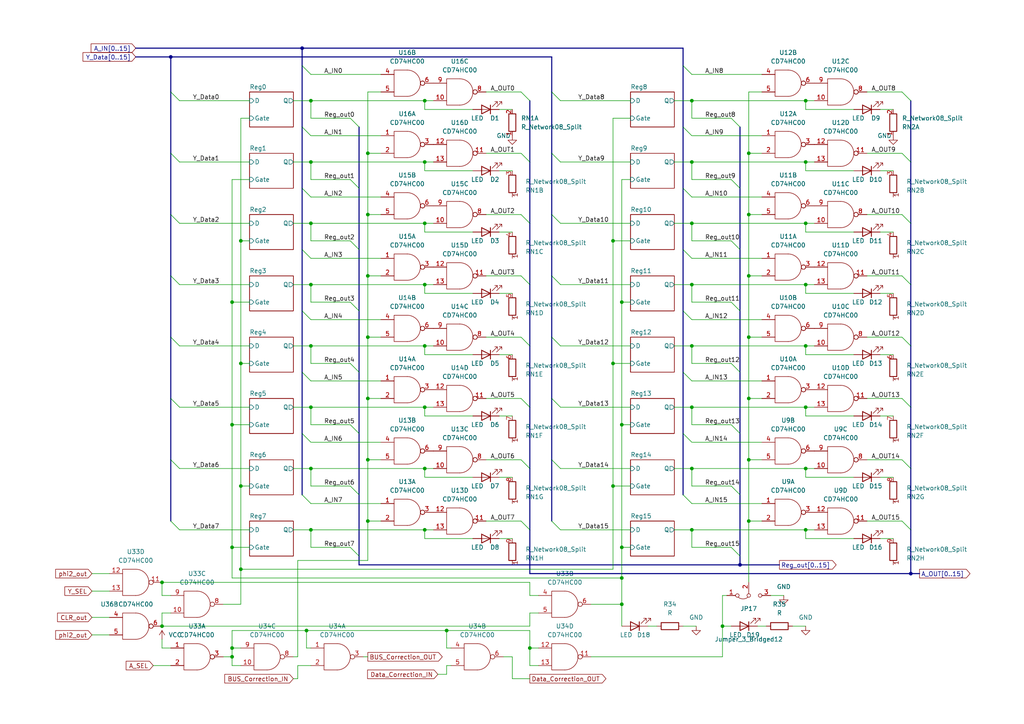
<source format=kicad_sch>
(kicad_sch (version 20211123) (generator eeschema)
  (paper "A4")
  (junction (at 123.19 46.99))
  (junction (at 123.19 82.55))
  (junction (at 177.8 140.97))
  (junction (at 87.63 13.97))
  (junction (at 233.68 153.67))
  (junction (at 69.85 165.1))
  (junction (at 46.99 181.61))
  (junction (at 90.17 46.99))
  (junction (at 233.68 118.11))
  (junction (at 67.31 158.75))
  (junction (at 67.31 87.63))
  (junction (at 180.34 158.75))
  (junction (at 123.19 153.67))
  (junction (at 90.17 118.11))
  (junction (at 90.17 82.55))
  (junction (at 217.17 62.23))
  (junction (at 49.53 16.51))
  (junction (at 217.17 151.13))
  (junction (at 209.55 181.61))
  (junction (at 217.17 80.01))
  (junction (at 69.85 140.97))
  (junction (at 106.68 62.23))
  (junction (at 200.66 153.67))
  (junction (at 90.17 29.21))
  (junction (at 90.17 153.67))
  (junction (at 69.85 69.85))
  (junction (at 180.34 167.64))
  (junction (at 106.68 97.79))
  (junction (at 180.34 123.19))
  (junction (at 217.17 97.79))
  (junction (at 69.85 105.41))
  (junction (at 123.19 118.11))
  (junction (at 180.34 175.26))
  (junction (at 177.8 105.41))
  (junction (at 88.9 182.88))
  (junction (at 200.66 118.11))
  (junction (at 106.68 44.45))
  (junction (at 67.31 123.19))
  (junction (at 123.19 100.33))
  (junction (at 233.68 64.77))
  (junction (at 217.17 133.35))
  (junction (at 200.66 46.99))
  (junction (at 233.68 82.55))
  (junction (at 123.19 64.77))
  (junction (at 217.17 44.45))
  (junction (at 46.99 168.91))
  (junction (at 90.17 135.89))
  (junction (at 233.68 100.33))
  (junction (at 123.19 135.89))
  (junction (at 200.66 29.21))
  (junction (at 123.19 29.21))
  (junction (at 106.68 115.57))
  (junction (at 106.68 151.13))
  (junction (at 200.66 135.89))
  (junction (at 200.66 82.55))
  (junction (at 180.34 87.63))
  (junction (at 200.66 100.33))
  (junction (at 214.63 163.83))
  (junction (at 106.68 133.35))
  (junction (at 67.31 187.96))
  (junction (at 177.8 69.85))
  (junction (at 200.66 64.77))
  (junction (at 264.16 166.37))
  (junction (at 67.31 190.5))
  (junction (at 90.17 100.33))
  (junction (at 106.68 80.01))
  (junction (at 217.17 115.57))
  (junction (at 233.68 29.21))
  (junction (at 129.54 182.88))
  (junction (at 153.67 187.96))
  (junction (at 233.68 46.99))
  (junction (at 90.17 64.77))
  (junction (at 233.68 135.89))
  (bus_entry (at 153.67 100.33) (size -2.54 -2.54))
  (bus_entry (at 101.6 87.63) (size 2.54 2.54))
  (bus_entry (at 160.02 80.01) (size 2.54 2.54))
  (bus_entry (at 198.12 107.95) (size 2.54 2.54))
  (bus_entry (at 49.53 80.01) (size 2.54 2.54))
  (bus_entry (at 87.63 72.39) (size 2.54 2.54))
  (bus_entry (at 198.12 54.61) (size 2.54 2.54))
  (bus_entry (at 49.53 151.13) (size 2.54 2.54))
  (bus_entry (at 160.02 115.57) (size 2.54 2.54))
  (bus_entry (at 49.53 62.23) (size 2.54 2.54))
  (bus_entry (at 264.16 100.33) (size -2.54 -2.54))
  (bus_entry (at 49.53 26.67) (size 2.54 2.54))
  (bus_entry (at 87.63 125.73) (size 2.54 2.54))
  (bus_entry (at 87.63 143.51) (size 2.54 2.54))
  (bus_entry (at 160.02 133.35) (size 2.54 2.54))
  (bus_entry (at 101.6 158.75) (size 2.54 2.54))
  (bus_entry (at 101.6 105.41) (size 2.54 2.54))
  (bus_entry (at 212.09 52.07) (size 2.54 2.54))
  (bus_entry (at 101.6 34.29) (size 2.54 2.54))
  (bus_entry (at 264.16 82.55) (size -2.54 -2.54))
  (bus_entry (at 160.02 62.23) (size 2.54 2.54))
  (bus_entry (at 212.09 34.29) (size 2.54 2.54))
  (bus_entry (at 49.53 133.35) (size 2.54 2.54))
  (bus_entry (at 153.67 153.67) (size -2.54 -2.54))
  (bus_entry (at 87.63 107.95) (size 2.54 2.54))
  (bus_entry (at 212.09 69.85) (size 2.54 2.54))
  (bus_entry (at 87.63 19.05) (size 2.54 2.54))
  (bus_entry (at 264.16 64.77) (size -2.54 -2.54))
  (bus_entry (at 264.16 153.67) (size -2.54 -2.54))
  (bus_entry (at 160.02 97.79) (size 2.54 2.54))
  (bus_entry (at 153.67 82.55) (size -2.54 -2.54))
  (bus_entry (at 101.6 140.97) (size 2.54 2.54))
  (bus_entry (at 101.6 69.85) (size 2.54 2.54))
  (bus_entry (at 212.09 123.19) (size 2.54 2.54))
  (bus_entry (at 212.09 158.75) (size 2.54 2.54))
  (bus_entry (at 160.02 151.13) (size 2.54 2.54))
  (bus_entry (at 198.12 125.73) (size 2.54 2.54))
  (bus_entry (at 160.02 44.45) (size 2.54 2.54))
  (bus_entry (at 198.12 143.51) (size 2.54 2.54))
  (bus_entry (at 49.53 97.79) (size 2.54 2.54))
  (bus_entry (at 153.67 135.89) (size -2.54 -2.54))
  (bus_entry (at 153.67 46.99) (size -2.54 -2.54))
  (bus_entry (at 101.6 123.19) (size 2.54 2.54))
  (bus_entry (at 264.16 29.21) (size -2.54 -2.54))
  (bus_entry (at 264.16 135.89) (size -2.54 -2.54))
  (bus_entry (at 212.09 87.63) (size 2.54 2.54))
  (bus_entry (at 198.12 90.17) (size 2.54 2.54))
  (bus_entry (at 198.12 72.39) (size 2.54 2.54))
  (bus_entry (at 153.67 64.77) (size -2.54 -2.54))
  (bus_entry (at 160.02 26.67) (size 2.54 2.54))
  (bus_entry (at 87.63 36.83) (size 2.54 2.54))
  (bus_entry (at 153.67 118.11) (size -2.54 -2.54))
  (bus_entry (at 198.12 19.05) (size 2.54 2.54))
  (bus_entry (at 264.16 118.11) (size -2.54 -2.54))
  (bus_entry (at 87.63 54.61) (size 2.54 2.54))
  (bus_entry (at 49.53 115.57) (size 2.54 2.54))
  (bus_entry (at 49.53 44.45) (size 2.54 2.54))
  (bus_entry (at 212.09 105.41) (size 2.54 2.54))
  (bus_entry (at 212.09 140.97) (size 2.54 2.54))
  (bus_entry (at 101.6 52.07) (size 2.54 2.54))
  (bus_entry (at 87.63 90.17) (size 2.54 2.54))
  (bus_entry (at 198.12 36.83) (size 2.54 2.54))
  (bus_entry (at 153.67 29.21) (size -2.54 -2.54))
  (bus_entry (at 264.16 46.99) (size -2.54 -2.54))
  (wire (pts (xy 52.07 64.77) (xy 72.39 64.77)))
  (wire (pts (xy 72.39 52.07) (xy 67.31 52.07)))
  (wire (pts (xy 212.09 181.61) (xy 209.55 181.61)))
  (wire (pts (xy 106.68 133.35) (xy 110.49 133.35)))
  (wire (pts (xy 144.78 102.87) (xy 148.59 102.87)))
  (wire (pts (xy 171.45 175.26) (xy 180.34 175.26)))
  (wire (pts (xy 106.68 133.35) (xy 106.68 151.13)))
  (bus (pts (xy 160.02 44.45) (xy 160.02 26.67)))
  (wire (pts (xy 106.68 151.13) (xy 110.49 151.13)))
  (wire (pts (xy 151.13 44.45) (xy 140.97 44.45)))
  (wire (pts (xy 67.31 158.75) (xy 72.39 158.75)))
  (bus (pts (xy 198.12 54.61) (xy 198.12 36.83)))
  (wire (pts (xy 233.68 135.89) (xy 236.22 135.89)))
  (wire (pts (xy 217.17 44.45) (xy 217.17 62.23)))
  (wire (pts (xy 233.68 49.53) (xy 233.68 46.99)))
  (wire (pts (xy 177.8 105.41) (xy 177.8 140.97)))
  (bus (pts (xy 160.02 97.79) (xy 160.02 80.01)))
  (wire (pts (xy 200.66 92.71) (xy 220.98 92.71)))
  (bus (pts (xy 160.02 80.01) (xy 160.02 62.23)))
  (wire (pts (xy 90.17 110.49) (xy 110.49 110.49)))
  (bus (pts (xy 49.53 133.35) (xy 49.53 151.13)))
  (wire (pts (xy 106.68 26.67) (xy 106.68 44.45)))
  (wire (pts (xy 151.13 115.57) (xy 140.97 115.57)))
  (wire (pts (xy 69.85 69.85) (xy 72.39 69.85)))
  (wire (pts (xy 153.67 187.96) (xy 156.21 187.96)))
  (bus (pts (xy 214.63 54.61) (xy 214.63 72.39)))
  (wire (pts (xy 90.17 128.27) (xy 110.49 128.27)))
  (bus (pts (xy 160.02 133.35) (xy 160.02 115.57)))
  (wire (pts (xy 195.58 135.89) (xy 200.66 135.89)))
  (bus (pts (xy 153.67 153.67) (xy 153.67 166.37)))
  (bus (pts (xy 153.67 166.37) (xy 264.16 166.37)))
  (bus (pts (xy 214.63 90.17) (xy 214.63 107.95)))
  (wire (pts (xy 129.54 187.96) (xy 129.54 182.88)))
  (wire (pts (xy 69.85 165.1) (xy 177.8 165.1)))
  (wire (pts (xy 85.09 196.85) (xy 86.36 196.85)))
  (bus (pts (xy 87.63 107.95) (xy 87.63 125.73)))
  (wire (pts (xy 195.58 118.11) (xy 200.66 118.11)))
  (wire (pts (xy 162.56 135.89) (xy 182.88 135.89)))
  (wire (pts (xy 123.19 46.99) (xy 125.73 46.99)))
  (wire (pts (xy 200.66 118.11) (xy 233.68 118.11)))
  (wire (pts (xy 46.99 177.8) (xy 46.99 181.61)))
  (wire (pts (xy 153.67 196.85) (xy 148.59 196.85)))
  (wire (pts (xy 217.17 80.01) (xy 217.17 97.79)))
  (wire (pts (xy 233.68 100.33) (xy 236.22 100.33)))
  (wire (pts (xy 209.55 181.61) (xy 209.55 190.5)))
  (wire (pts (xy 123.19 49.53) (xy 123.19 46.99)))
  (wire (pts (xy 90.17 146.05) (xy 110.49 146.05)))
  (wire (pts (xy 233.68 153.67) (xy 236.22 153.67)))
  (wire (pts (xy 123.19 67.31) (xy 123.19 64.77)))
  (wire (pts (xy 52.07 82.55) (xy 72.39 82.55)))
  (wire (pts (xy 177.8 34.29) (xy 177.8 69.85)))
  (wire (pts (xy 85.09 82.55) (xy 90.17 82.55)))
  (wire (pts (xy 217.17 80.01) (xy 220.98 80.01)))
  (wire (pts (xy 180.34 52.07) (xy 182.88 52.07)))
  (wire (pts (xy 49.53 177.8) (xy 46.99 177.8)))
  (wire (pts (xy 67.31 158.75) (xy 67.31 167.64)))
  (wire (pts (xy 85.09 153.67) (xy 90.17 153.67)))
  (wire (pts (xy 69.85 105.41) (xy 69.85 140.97)))
  (bus (pts (xy 198.12 125.73) (xy 198.12 107.95)))
  (wire (pts (xy 69.85 34.29) (xy 69.85 69.85)))
  (bus (pts (xy 39.37 13.97) (xy 87.63 13.97)))
  (wire (pts (xy 223.52 172.72) (xy 227.33 172.72)))
  (wire (pts (xy 198.12 181.61) (xy 201.93 181.61)))
  (wire (pts (xy 233.68 46.99) (xy 236.22 46.99)))
  (wire (pts (xy 255.27 31.75) (xy 259.08 31.75)))
  (wire (pts (xy 200.66 100.33) (xy 233.68 100.33)))
  (bus (pts (xy 214.63 163.83) (xy 226.06 163.83)))
  (wire (pts (xy 106.68 44.45) (xy 110.49 44.45)))
  (wire (pts (xy 233.68 64.77) (xy 236.22 64.77)))
  (bus (pts (xy 160.02 62.23) (xy 160.02 44.45)))
  (bus (pts (xy 264.16 153.67) (xy 264.16 166.37)))
  (wire (pts (xy 90.17 123.19) (xy 101.6 123.19)))
  (wire (pts (xy 67.31 193.04) (xy 69.85 193.04)))
  (wire (pts (xy 261.62 151.13) (xy 251.46 151.13)))
  (wire (pts (xy 144.78 156.21) (xy 148.59 156.21)))
  (bus (pts (xy 198.12 19.05) (xy 198.12 13.97)))
  (wire (pts (xy 200.66 21.59) (xy 220.98 21.59)))
  (wire (pts (xy 90.17 187.96) (xy 88.9 187.96)))
  (wire (pts (xy 261.62 62.23) (xy 251.46 62.23)))
  (wire (pts (xy 144.78 120.65) (xy 148.59 120.65)))
  (wire (pts (xy 209.55 172.72) (xy 209.55 181.61)))
  (wire (pts (xy 90.17 82.55) (xy 123.19 82.55)))
  (wire (pts (xy 217.17 97.79) (xy 220.98 97.79)))
  (wire (pts (xy 200.66 110.49) (xy 220.98 110.49)))
  (wire (pts (xy 85.09 100.33) (xy 90.17 100.33)))
  (wire (pts (xy 46.99 168.91) (xy 153.67 168.91)))
  (wire (pts (xy 217.17 133.35) (xy 220.98 133.35)))
  (wire (pts (xy 233.68 31.75) (xy 233.68 29.21)))
  (bus (pts (xy 104.14 125.73) (xy 104.14 143.51)))
  (bus (pts (xy 264.16 46.99) (xy 264.16 64.77)))
  (bus (pts (xy 264.16 29.21) (xy 264.16 46.99)))
  (wire (pts (xy 180.34 158.75) (xy 182.88 158.75)))
  (wire (pts (xy 255.27 102.87) (xy 259.08 102.87)))
  (wire (pts (xy 217.17 62.23) (xy 217.17 80.01)))
  (wire (pts (xy 26.67 179.07) (xy 31.75 179.07)))
  (wire (pts (xy 90.17 69.85) (xy 101.6 69.85)))
  (wire (pts (xy 90.17 158.75) (xy 101.6 158.75)))
  (bus (pts (xy 104.14 143.51) (xy 104.14 161.29)))
  (wire (pts (xy 26.67 166.37) (xy 31.75 166.37)))
  (wire (pts (xy 261.62 115.57) (xy 251.46 115.57)))
  (wire (pts (xy 200.66 82.55) (xy 200.66 87.63)))
  (wire (pts (xy 217.17 26.67) (xy 217.17 44.45)))
  (wire (pts (xy 46.99 185.42) (xy 46.99 187.96)))
  (wire (pts (xy 52.07 135.89) (xy 72.39 135.89)))
  (bus (pts (xy 153.67 135.89) (xy 153.67 153.67)))
  (bus (pts (xy 49.53 97.79) (xy 49.53 115.57)))
  (wire (pts (xy 151.13 80.01) (xy 140.97 80.01)))
  (bus (pts (xy 49.53 16.51) (xy 49.53 26.67)))
  (wire (pts (xy 137.16 102.87) (xy 123.19 102.87)))
  (wire (pts (xy 195.58 29.21) (xy 200.66 29.21)))
  (wire (pts (xy 69.85 187.96) (xy 67.31 187.96)))
  (wire (pts (xy 255.27 120.65) (xy 259.08 120.65)))
  (wire (pts (xy 67.31 187.96) (xy 67.31 190.5)))
  (wire (pts (xy 123.19 85.09) (xy 123.19 82.55)))
  (wire (pts (xy 106.68 62.23) (xy 106.68 80.01)))
  (wire (pts (xy 162.56 46.99) (xy 182.88 46.99)))
  (wire (pts (xy 52.07 118.11) (xy 72.39 118.11)))
  (bus (pts (xy 87.63 36.83) (xy 87.63 54.61)))
  (wire (pts (xy 86.36 190.5) (xy 86.36 162.56)))
  (wire (pts (xy 162.56 118.11) (xy 182.88 118.11)))
  (wire (pts (xy 180.34 158.75) (xy 180.34 167.64)))
  (wire (pts (xy 195.58 82.55) (xy 200.66 82.55)))
  (wire (pts (xy 85.09 46.99) (xy 90.17 46.99)))
  (wire (pts (xy 85.09 118.11) (xy 90.17 118.11)))
  (wire (pts (xy 177.8 140.97) (xy 182.88 140.97)))
  (wire (pts (xy 90.17 153.67) (xy 123.19 153.67)))
  (wire (pts (xy 200.66 57.15) (xy 220.98 57.15)))
  (wire (pts (xy 67.31 123.19) (xy 67.31 158.75)))
  (wire (pts (xy 200.66 118.11) (xy 200.66 123.19)))
  (wire (pts (xy 90.17 82.55) (xy 90.17 87.63)))
  (wire (pts (xy 69.85 69.85) (xy 69.85 105.41)))
  (wire (pts (xy 200.66 82.55) (xy 233.68 82.55)))
  (wire (pts (xy 69.85 140.97) (xy 72.39 140.97)))
  (wire (pts (xy 180.34 87.63) (xy 182.88 87.63)))
  (bus (pts (xy 104.14 54.61) (xy 104.14 72.39)))
  (wire (pts (xy 180.34 123.19) (xy 180.34 158.75)))
  (wire (pts (xy 177.8 140.97) (xy 177.8 165.1)))
  (wire (pts (xy 200.66 39.37) (xy 220.98 39.37)))
  (wire (pts (xy 46.99 181.61) (xy 153.67 181.61)))
  (bus (pts (xy 49.53 80.01) (xy 49.53 97.79)))
  (wire (pts (xy 52.07 46.99) (xy 72.39 46.99)))
  (wire (pts (xy 200.66 128.27) (xy 220.98 128.27)))
  (wire (pts (xy 90.17 52.07) (xy 101.6 52.07)))
  (bus (pts (xy 198.12 72.39) (xy 198.12 54.61)))
  (wire (pts (xy 195.58 46.99) (xy 200.66 46.99)))
  (wire (pts (xy 49.53 187.96) (xy 46.99 187.96)))
  (wire (pts (xy 200.66 64.77) (xy 233.68 64.77)))
  (wire (pts (xy 106.68 115.57) (xy 106.68 133.35)))
  (wire (pts (xy 123.19 118.11) (xy 125.73 118.11)))
  (wire (pts (xy 233.68 29.21) (xy 236.22 29.21)))
  (wire (pts (xy 177.8 69.85) (xy 177.8 105.41)))
  (wire (pts (xy 90.17 46.99) (xy 123.19 46.99)))
  (wire (pts (xy 137.16 120.65) (xy 123.19 120.65)))
  (wire (pts (xy 151.13 151.13) (xy 140.97 151.13)))
  (bus (pts (xy 49.53 16.51) (xy 39.37 16.51)))
  (wire (pts (xy 217.17 115.57) (xy 217.17 133.35)))
  (wire (pts (xy 255.27 138.43) (xy 259.08 138.43)))
  (bus (pts (xy 214.63 143.51) (xy 214.63 161.29)))
  (wire (pts (xy 123.19 29.21) (xy 125.73 29.21)))
  (wire (pts (xy 200.66 74.93) (xy 220.98 74.93)))
  (bus (pts (xy 49.53 62.23) (xy 49.53 80.01)))
  (wire (pts (xy 255.27 156.21) (xy 259.08 156.21)))
  (bus (pts (xy 160.02 16.51) (xy 49.53 16.51)))
  (bus (pts (xy 198.12 143.51) (xy 198.12 125.73)))
  (wire (pts (xy 177.8 69.85) (xy 182.88 69.85)))
  (wire (pts (xy 90.17 57.15) (xy 110.49 57.15)))
  (wire (pts (xy 44.45 193.04) (xy 49.53 193.04)))
  (wire (pts (xy 177.8 105.41) (xy 182.88 105.41)))
  (wire (pts (xy 195.58 100.33) (xy 200.66 100.33)))
  (wire (pts (xy 86.36 162.56) (xy 106.68 162.56)))
  (wire (pts (xy 220.98 26.67) (xy 217.17 26.67)))
  (wire (pts (xy 162.56 153.67) (xy 182.88 153.67)))
  (wire (pts (xy 200.66 29.21) (xy 233.68 29.21)))
  (bus (pts (xy 160.02 115.57) (xy 160.02 97.79)))
  (wire (pts (xy 200.66 153.67) (xy 200.66 158.75)))
  (bus (pts (xy 264.16 135.89) (xy 264.16 153.67)))
  (wire (pts (xy 90.17 153.67) (xy 90.17 158.75)))
  (bus (pts (xy 49.53 26.67) (xy 49.53 44.45)))
  (wire (pts (xy 123.19 82.55) (xy 125.73 82.55)))
  (wire (pts (xy 151.13 26.67) (xy 140.97 26.67)))
  (wire (pts (xy 26.67 171.45) (xy 31.75 171.45)))
  (wire (pts (xy 247.65 102.87) (xy 233.68 102.87)))
  (wire (pts (xy 69.85 105.41) (xy 72.39 105.41)))
  (wire (pts (xy 180.34 181.61) (xy 180.34 175.26)))
  (bus (pts (xy 104.14 161.29) (xy 104.14 163.83)))
  (wire (pts (xy 261.62 133.35) (xy 251.46 133.35)))
  (wire (pts (xy 110.49 26.67) (xy 106.68 26.67)))
  (wire (pts (xy 90.17 46.99) (xy 90.17 52.07)))
  (bus (pts (xy 153.67 118.11) (xy 153.67 135.89)))
  (wire (pts (xy 67.31 182.88) (xy 88.9 182.88)))
  (bus (pts (xy 153.67 64.77) (xy 153.67 82.55)))
  (wire (pts (xy 144.78 67.31) (xy 148.59 67.31)))
  (wire (pts (xy 153.67 181.61) (xy 153.67 177.8)))
  (wire (pts (xy 148.59 196.85) (xy 148.59 190.5)))
  (wire (pts (xy 151.13 133.35) (xy 140.97 133.35)))
  (wire (pts (xy 233.68 118.11) (xy 236.22 118.11)))
  (wire (pts (xy 233.68 102.87) (xy 233.68 100.33)))
  (bus (pts (xy 214.63 36.83) (xy 214.63 54.61)))
  (wire (pts (xy 123.19 156.21) (xy 123.19 153.67)))
  (wire (pts (xy 90.17 140.97) (xy 101.6 140.97)))
  (wire (pts (xy 137.16 138.43) (xy 123.19 138.43)))
  (bus (pts (xy 104.14 163.83) (xy 214.63 163.83)))
  (wire (pts (xy 69.85 140.97) (xy 69.85 165.1)))
  (wire (pts (xy 200.66 29.21) (xy 200.66 34.29)))
  (wire (pts (xy 90.17 74.93) (xy 110.49 74.93)))
  (wire (pts (xy 162.56 100.33) (xy 182.88 100.33)))
  (bus (pts (xy 49.53 44.45) (xy 49.53 62.23)))
  (wire (pts (xy 106.68 80.01) (xy 106.68 97.79)))
  (wire (pts (xy 46.99 172.72) (xy 49.53 172.72)))
  (bus (pts (xy 153.67 46.99) (xy 153.67 64.77)))
  (wire (pts (xy 67.31 190.5) (xy 67.31 193.04)))
  (wire (pts (xy 26.67 184.15) (xy 31.75 184.15)))
  (wire (pts (xy 233.68 82.55) (xy 236.22 82.55)))
  (wire (pts (xy 200.66 140.97) (xy 212.09 140.97)))
  (wire (pts (xy 217.17 151.13) (xy 220.98 151.13)))
  (wire (pts (xy 144.78 31.75) (xy 148.59 31.75)))
  (wire (pts (xy 123.19 100.33) (xy 125.73 100.33)))
  (wire (pts (xy 85.09 64.77) (xy 90.17 64.77)))
  (bus (pts (xy 160.02 26.67) (xy 160.02 16.51)))
  (wire (pts (xy 90.17 21.59) (xy 110.49 21.59)))
  (wire (pts (xy 217.17 151.13) (xy 217.17 168.91)))
  (wire (pts (xy 69.85 165.1) (xy 69.85 175.26)))
  (wire (pts (xy 90.17 100.33) (xy 90.17 105.41)))
  (wire (pts (xy 200.66 135.89) (xy 233.68 135.89)))
  (wire (pts (xy 200.66 52.07) (xy 212.09 52.07)))
  (wire (pts (xy 217.17 62.23) (xy 220.98 62.23)))
  (bus (pts (xy 214.63 72.39) (xy 214.63 90.17)))
  (wire (pts (xy 229.87 181.61) (xy 233.68 181.61)))
  (bus (pts (xy 264.16 64.77) (xy 264.16 82.55)))
  (wire (pts (xy 90.17 118.11) (xy 123.19 118.11)))
  (wire (pts (xy 247.65 49.53) (xy 233.68 49.53)))
  (wire (pts (xy 247.65 156.21) (xy 233.68 156.21)))
  (wire (pts (xy 130.81 187.96) (xy 129.54 187.96)))
  (wire (pts (xy 195.58 153.67) (xy 200.66 153.67)))
  (wire (pts (xy 123.19 120.65) (xy 123.19 118.11)))
  (wire (pts (xy 90.17 118.11) (xy 90.17 123.19)))
  (wire (pts (xy 137.16 31.75) (xy 123.19 31.75)))
  (wire (pts (xy 200.66 64.77) (xy 200.66 69.85)))
  (wire (pts (xy 200.66 46.99) (xy 200.66 52.07)))
  (wire (pts (xy 90.17 135.89) (xy 90.17 140.97)))
  (wire (pts (xy 162.56 82.55) (xy 182.88 82.55)))
  (wire (pts (xy 90.17 135.89) (xy 123.19 135.89)))
  (bus (pts (xy 198.12 36.83) (xy 198.12 19.05)))
  (wire (pts (xy 88.9 187.96) (xy 88.9 182.88)))
  (wire (pts (xy 200.66 100.33) (xy 200.66 105.41)))
  (wire (pts (xy 64.77 190.5) (xy 67.31 190.5)))
  (wire (pts (xy 153.67 172.72) (xy 156.21 172.72)))
  (wire (pts (xy 123.19 135.89) (xy 125.73 135.89)))
  (wire (pts (xy 85.09 190.5) (xy 86.36 190.5)))
  (wire (pts (xy 200.66 34.29) (xy 212.09 34.29)))
  (wire (pts (xy 200.66 87.63) (xy 212.09 87.63)))
  (wire (pts (xy 233.68 85.09) (xy 233.68 82.55)))
  (wire (pts (xy 153.67 187.96) (xy 153.67 193.04)))
  (wire (pts (xy 151.13 97.79) (xy 140.97 97.79)))
  (wire (pts (xy 233.68 156.21) (xy 233.68 153.67)))
  (wire (pts (xy 123.19 31.75) (xy 123.19 29.21)))
  (wire (pts (xy 255.27 49.53) (xy 259.08 49.53)))
  (wire (pts (xy 200.66 69.85) (xy 212.09 69.85)))
  (wire (pts (xy 153.67 168.91) (xy 153.67 172.72)))
  (wire (pts (xy 106.68 97.79) (xy 106.68 115.57)))
  (wire (pts (xy 217.17 133.35) (xy 217.17 151.13)))
  (wire (pts (xy 233.68 67.31) (xy 233.68 64.77)))
  (wire (pts (xy 261.62 97.79) (xy 251.46 97.79)))
  (wire (pts (xy 200.66 135.89) (xy 200.66 140.97)))
  (wire (pts (xy 88.9 182.88) (xy 129.54 182.88)))
  (wire (pts (xy 67.31 182.88) (xy 67.31 187.96)))
  (wire (pts (xy 137.16 156.21) (xy 123.19 156.21)))
  (wire (pts (xy 162.56 29.21) (xy 182.88 29.21)))
  (wire (pts (xy 180.34 52.07) (xy 180.34 87.63)))
  (wire (pts (xy 180.34 175.26) (xy 180.34 167.64)))
  (wire (pts (xy 85.09 29.21) (xy 90.17 29.21)))
  (wire (pts (xy 180.34 123.19) (xy 182.88 123.19)))
  (wire (pts (xy 200.66 158.75) (xy 212.09 158.75)))
  (bus (pts (xy 153.67 82.55) (xy 153.67 100.33)))
  (wire (pts (xy 153.67 177.8) (xy 156.21 177.8)))
  (wire (pts (xy 90.17 39.37) (xy 110.49 39.37)))
  (bus (pts (xy 160.02 151.13) (xy 160.02 133.35)))
  (wire (pts (xy 200.66 105.41) (xy 212.09 105.41)))
  (wire (pts (xy 180.34 87.63) (xy 180.34 123.19)))
  (wire (pts (xy 110.49 115.57) (xy 106.68 115.57)))
  (wire (pts (xy 52.07 100.33) (xy 72.39 100.33)))
  (bus (pts (xy 264.16 82.55) (xy 264.16 100.33)))
  (wire (pts (xy 217.17 44.45) (xy 220.98 44.45)))
  (wire (pts (xy 255.27 85.09) (xy 259.08 85.09)))
  (wire (pts (xy 162.56 64.77) (xy 182.88 64.77)))
  (wire (pts (xy 86.36 196.85) (xy 86.36 193.04)))
  (wire (pts (xy 137.16 67.31) (xy 123.19 67.31)))
  (wire (pts (xy 200.66 146.05) (xy 220.98 146.05)))
  (wire (pts (xy 247.65 67.31) (xy 233.68 67.31)))
  (wire (pts (xy 261.62 80.01) (xy 251.46 80.01)))
  (wire (pts (xy 67.31 123.19) (xy 72.39 123.19)))
  (wire (pts (xy 261.62 26.67) (xy 251.46 26.67)))
  (bus (pts (xy 264.16 118.11) (xy 264.16 135.89)))
  (bus (pts (xy 87.63 13.97) (xy 198.12 13.97)))
  (bus (pts (xy 153.67 100.33) (xy 153.67 118.11)))
  (wire (pts (xy 177.8 34.29) (xy 182.88 34.29)))
  (wire (pts (xy 123.19 102.87) (xy 123.19 100.33)))
  (wire (pts (xy 219.71 181.61) (xy 222.25 181.61)))
  (wire (pts (xy 67.31 167.64) (xy 180.34 167.64)))
  (wire (pts (xy 129.54 182.88) (xy 153.67 182.88)))
  (wire (pts (xy 106.68 44.45) (xy 106.68 62.23)))
  (wire (pts (xy 200.66 153.67) (xy 233.68 153.67)))
  (wire (pts (xy 247.65 120.65) (xy 233.68 120.65)))
  (wire (pts (xy 129.54 193.04) (xy 130.81 193.04)))
  (bus (pts (xy 87.63 125.73) (xy 87.63 143.51)))
  (bus (pts (xy 87.63 19.05) (xy 87.63 36.83)))
  (wire (pts (xy 200.66 46.99) (xy 233.68 46.99)))
  (bus (pts (xy 214.63 161.29) (xy 214.63 163.83)))
  (wire (pts (xy 217.17 115.57) (xy 220.98 115.57)))
  (bus (pts (xy 214.63 125.73) (xy 214.63 143.51)))
  (wire (pts (xy 255.27 67.31) (xy 259.08 67.31)))
  (wire (pts (xy 85.09 135.89) (xy 90.17 135.89)))
  (wire (pts (xy 217.17 97.79) (xy 217.17 115.57)))
  (wire (pts (xy 46.99 168.91) (xy 46.99 172.72)))
  (bus (pts (xy 153.67 29.21) (xy 153.67 46.99)))
  (bus (pts (xy 198.12 90.17) (xy 198.12 72.39)))
  (bus (pts (xy 87.63 90.17) (xy 87.63 107.95)))
  (wire (pts (xy 144.78 85.09) (xy 148.59 85.09)))
  (wire (pts (xy 90.17 100.33) (xy 123.19 100.33)))
  (wire (pts (xy 171.45 190.5) (xy 209.55 190.5)))
  (wire (pts (xy 123.19 138.43) (xy 123.19 135.89)))
  (wire (pts (xy 86.36 193.04) (xy 90.17 193.04)))
  (wire (pts (xy 151.13 62.23) (xy 140.97 62.23)))
  (wire (pts (xy 123.19 153.67) (xy 125.73 153.67)))
  (wire (pts (xy 90.17 64.77) (xy 123.19 64.77)))
  (wire (pts (xy 106.68 162.56) (xy 106.68 151.13)))
  (bus (pts (xy 87.63 54.61) (xy 87.63 72.39)))
  (wire (pts (xy 137.16 49.53) (xy 123.19 49.53)))
  (wire (pts (xy 247.65 138.43) (xy 233.68 138.43)))
  (wire (pts (xy 106.68 190.5) (xy 105.41 190.5)))
  (wire (pts (xy 52.07 153.67) (xy 72.39 153.67)))
  (bus (pts (xy 198.12 107.95) (xy 198.12 90.17)))
  (bus (pts (xy 49.53 115.57) (xy 49.53 133.35)))
  (bus (pts (xy 104.14 36.83) (xy 104.14 54.61)))
  (wire (pts (xy 247.65 85.09) (xy 233.68 85.09)))
  (wire (pts (xy 123.19 64.77) (xy 125.73 64.77)))
  (bus (pts (xy 264.16 166.37) (xy 266.7 166.37)))
  (wire (pts (xy 52.07 29.21) (xy 72.39 29.21)))
  (bus (pts (xy 87.63 72.39) (xy 87.63 90.17)))
  (wire (pts (xy 233.68 120.65) (xy 233.68 118.11)))
  (wire (pts (xy 106.68 80.01) (xy 110.49 80.01)))
  (wire (pts (xy 261.62 44.45) (xy 251.46 44.45)))
  (wire (pts (xy 127 195.58) (xy 129.54 195.58)))
  (wire (pts (xy 67.31 52.07) (xy 67.31 87.63)))
  (bus (pts (xy 264.16 100.33) (xy 264.16 118.11)))
  (wire (pts (xy 72.39 34.29) (xy 69.85 34.29)))
  (wire (pts (xy 129.54 195.58) (xy 129.54 193.04)))
  (bus (pts (xy 104.14 72.39) (xy 104.14 90.17)))
  (wire (pts (xy 153.67 182.88) (xy 153.67 187.96)))
  (wire (pts (xy 90.17 87.63) (xy 101.6 87.63)))
  (wire (pts (xy 187.96 181.61) (xy 190.5 181.61)))
  (wire (pts (xy 90.17 29.21) (xy 123.19 29.21)))
  (wire (pts (xy 106.68 62.23) (xy 110.49 62.23)))
  (wire (pts (xy 156.21 193.04) (xy 153.67 193.04)))
  (wire (pts (xy 90.17 64.77) (xy 90.17 69.85)))
  (wire (pts (xy 67.31 87.63) (xy 67.31 123.19)))
  (wire (pts (xy 90.17 29.21) (xy 90.17 34.29)))
  (bus (pts (xy 104.14 107.95) (xy 104.14 125.73)))
  (wire (pts (xy 90.17 105.41) (xy 101.6 105.41)))
  (wire (pts (xy 210.82 172.72) (xy 209.55 172.72)))
  (wire (pts (xy 144.78 138.43) (xy 148.59 138.43)))
  (wire (pts (xy 195.58 64.77) (xy 200.66 64.77)))
  (wire (pts (xy 148.59 190.5) (xy 146.05 190.5)))
  (wire (pts (xy 137.16 85.09) (xy 123.19 85.09)))
  (bus (pts (xy 87.63 13.97) (xy 87.63 19.05)))
  (wire (pts (xy 90.17 92.71) (xy 110.49 92.71)))
  (wire (pts (xy 144.78 49.53) (xy 148.59 49.53)))
  (wire (pts (xy 233.68 138.43) (xy 233.68 135.89)))
  (bus (pts (xy 104.14 90.17) (xy 104.14 107.95)))
  (wire (pts (xy 247.65 31.75) (xy 233.68 31.75)))
  (wire (pts (xy 106.68 97.79) (xy 110.49 97.79)))
  (bus (pts (xy 214.63 107.95) (xy 214.63 125.73)))
  (wire (pts (xy 90.17 34.29) (xy 101.6 34.29)))
  (wire (pts (xy 200.66 123.19) (xy 212.09 123.19)))
  (wire (pts (xy 64.77 175.26) (xy 69.85 175.26)))
  (wire (pts (xy 67.31 87.63) (xy 72.39 87.63)))
  (label "A_OUT6" (at 142.24 133.35 0))
  (label "A_IN12" (at 204.47 92.71 0))
  (label "Reg_out8" (at 204.47 34.29 0))
  (label "A_OUT0" (at 142.24 26.67 0))
  (label "Reg_out13" (at 204.47 123.19 0))
  (label "Reg_out9" (at 204.47 52.07 0))
  (label "A_OUT14" (at 252.73 133.35 0))
  (label "Y_Data7" (at 55.88 153.67 0))
  (label "Reg_out3" (at 93.98 87.63 0))
  (label "Reg_out10" (at 204.47 69.85 0))
  (label "Reg_out0" (at 93.98 34.29 0))
  (label "A_OUT11" (at 252.73 80.01 0))
  (label "Reg_out12" (at 204.47 105.41 0))
  (label "A_IN8" (at 204.47 21.59 0))
  (label "A_OUT3" (at 142.24 80.01 0))
  (label "Y_Data10" (at 167.64 64.77 0))
  (label "Y_Data8" (at 167.64 29.21 0))
  (label "A_IN0" (at 93.98 21.59 0))
  (label "Reg_out7" (at 93.98 158.75 0))
  (label "A_OUT1" (at 142.24 44.45 0))
  (label "A_IN7" (at 93.98 146.05 0))
  (label "A_IN1" (at 93.98 39.37 0))
  (label "A_IN6" (at 93.98 128.27 0))
  (label "Y_Data5" (at 55.88 118.11 0))
  (label "A_IN11" (at 204.47 74.93 0))
  (label "A_OUT5" (at 142.24 115.57 0))
  (label "A_IN13" (at 204.47 110.49 0))
  (label "A_IN3" (at 93.98 74.93 0))
  (label "Reg_out15" (at 204.47 158.75 0))
  (label "Reg_out14" (at 204.47 140.97 0))
  (label "A_IN5" (at 93.98 110.49 0))
  (label "A_IN10" (at 204.47 57.15 0))
  (label "A_IN14" (at 204.47 128.27 0))
  (label "A_OUT8" (at 252.73 26.67 0))
  (label "A_IN2" (at 93.98 57.15 0))
  (label "Reg_out1" (at 93.98 52.07 0))
  (label "Y_Data11" (at 167.64 82.55 0))
  (label "Y_Data2" (at 55.88 64.77 0))
  (label "A_OUT10" (at 252.73 62.23 0))
  (label "A_OUT2" (at 142.24 62.23 0))
  (label "A_IN4" (at 93.98 92.71 0))
  (label "Reg_out6" (at 93.98 140.97 0))
  (label "Reg_out2" (at 93.98 69.85 0))
  (label "Y_Data15" (at 167.64 153.67 0))
  (label "Y_Data6" (at 55.88 135.89 0))
  (label "A_IN15" (at 204.47 146.05 0))
  (label "Y_Data4" (at 55.88 100.33 0))
  (label "Y_Data0" (at 55.88 29.21 0))
  (label "Y_Data1" (at 55.88 46.99 0))
  (label "A_OUT13" (at 252.73 115.57 0))
  (label "A_OUT15" (at 252.73 151.13 0))
  (label "A_OUT12" (at 252.73 97.79 0))
  (label "Reg_out11" (at 204.47 87.63 0))
  (label "Y_Data9" (at 167.64 46.99 0))
  (label "A_OUT4" (at 142.24 97.79 0))
  (label "A_OUT7" (at 142.24 151.13 0))
  (label "Y_Data3" (at 55.88 82.55 0))
  (label "Y_Data12" (at 167.64 100.33 0))
  (label "A_OUT9" (at 252.73 44.45 0))
  (label "Y_Data14" (at 167.64 135.89 0))
  (label "A_IN9" (at 204.47 39.37 0))
  (label "Reg_out4" (at 93.98 105.41 0))
  (label "Reg_out5" (at 93.98 123.19 0))
  (label "Y_Data13" (at 167.64 118.11 0))
  (global_label "A_SEL" (shape input) (at 44.45 193.04 180) (property "Intersheet References" "${INTERSHEET_REFS}" (effects hide)))
  (global_label "BUS_Correction_IN" (shape input) (at 85.09 196.85 180) (property "Intersheet References" "${INTERSHEET_REFS}" (effects hide)))
  (global_label "A_IN[0..15]" (shape input) (at 39.37 13.97 180) (property "Intersheet References" "${INTERSHEET_REFS}" (effects hide)))
  (global_label "BUS_Correction_OUT" (shape output) (at 106.68 190.5 0) (property "Intersheet References" "${INTERSHEET_REFS}" (effects hide)))
  (global_label "Y_Data[0..15]" (shape input) (at 39.37 16.51 180) (property "Intersheet References" "${INTERSHEET_REFS}" (effects hide)))
  (global_label "Data_Correction_IN" (shape input) (at 127 195.58 180) (property "Intersheet References" "${INTERSHEET_REFS}" (effects hide)))
  (global_label "phi2_out" (shape input) (at 26.67 184.15 180) (property "Intersheet References" "${INTERSHEET_REFS}" (effects hide)))
  (global_label "A_OUT[0..15]" (shape output) (at 266.7 166.37 0) (property "Intersheet References" "${INTERSHEET_REFS}" (effects hide)))
  (global_label "phi2_out" (shape input) (at 26.67 166.37 180) (property "Intersheet References" "${INTERSHEET_REFS}" (effects hide)))
  (global_label "Reg_out[0..15]" (shape output) (at 226.06 163.83 0) (property "Intersheet References" "${INTERSHEET_REFS}" (effects hide)))
  (global_label "CLR_out" (shape input) (at 26.67 179.07 180) (property "Intersheet References" "${INTERSHEET_REFS}" (effects hide)))
  (global_label "Y_SEL" (shape input) (at 26.67 171.45 180) (property "Intersheet References" "${INTERSHEET_REFS}" (effects hide)))
  (global_label "Data_Correction_OUT" (shape output) (at 153.67 196.85 0) (property "Intersheet References" "${INTERSHEET_REFS}" (effects hide)))
  (symbol (lib_id "Device:LED") (at 251.46 102.87 180) (unit 1)
    (property "Reference" "D13" (at 254 105.41 0))
    (property "Value" "LED" (at 248.92 105.41 0))
    (property "Footprint" "LED_THT:LED_D3.0mm" (effects hide))
  )
  (symbol (lib_id "CD74HCXX:CD74HC00") (at 133.35 62.23 0) (unit 3)
    (property "Reference" "U15" (at 133.35 53.34 0))
    (property "Value" "CD74HC00" (at 133.35 55.88 0))
    (property "Footprint" "Package_DIP:DIP-14_W7.62mm" (effects hide))
  )
  (symbol (lib_id "Device:R_Network08_Split") (at 148.59 53.34 0) (mirror x) (unit 2)
    (property "Reference" "RN1" (at 152.4 55.2062 0) (effects (justify left)))
    (property "Value" "R_Network08_Split" (at 152.4 52.6662 0) (effects (justify left)))
    (property "Footprint" "Resistor_THT:R_Array_SIP9" (effects hide))
    (property "Datasheet" "http://www.vishay.com/docs/31509/csc.pdf" (effects hide))
  )
  (symbol (lib_id "CD74HCXX:CD74HC00") (at 243.84 133.35 0) (unit 3)
    (property "Reference" "U9" (at 243.84 124.46 0))
    (property "Value" "CD74HC00" (at 243.84 127 0))
    (property "Footprint" "Package_DIP:DIP-14_W7.62mm" (effects hide))
  )
  (symbol (lib_id "power:GND") (at 233.68 181.61 0) (unit 1)
    (property "Reference" "#PWR036" (effects hide))
    (property "Value" "GND" (at 233.68 179.07 0))
  )
  (symbol (lib_id "CD74HCXX:CD74HC00") (at 228.6 41.91 0) (unit 1)
    (property "Reference" "U12" (at 228.6 33.02 0))
    (property "Value" "CD74HC00" (at 228.6 35.56 0))
    (property "Footprint" "Package_DIP:DIP-14_W7.62mm" (effects hide))
  )
  (symbol (lib_id "Device:LED") (at 251.46 138.43 180) (unit 1)
    (property "Reference" "D15" (at 254 140.97 0))
    (property "Value" "LED" (at 248.92 140.97 0))
    (property "Footprint" "LED_THT:LED_D3.0mm" (effects hide))
  )
  (symbol (lib_id "Device:LED") (at 140.97 138.43 180) (unit 1)
    (property "Reference" "D7" (at 143.51 140.97 0))
    (property "Value" "LED" (at 138.43 140.97 0))
    (property "Footprint" "LED_THT:LED_D3.0mm" (effects hide))
  )
  (symbol (lib_id "CD74HCXX:CD74HC00") (at 228.6 113.03 0) (unit 1)
    (property "Reference" "U10" (at 228.6 104.14 0))
    (property "Value" "CD74HC00" (at 228.6 106.68 0))
    (property "Footprint" "Package_DIP:DIP-14_W7.62mm" (effects hide))
  )
  (symbol (lib_id "CD74HCXX:CD74HC00") (at 118.11 59.69 0) (unit 2)
    (property "Reference" "U15" (at 118.11 50.8 0))
    (property "Value" "CD74HC00" (at 118.11 53.34 0))
    (property "Footprint" "Package_DIP:DIP-14_W7.62mm" (effects hide))
  )
  (symbol (lib_id "CD74HCXX:CD74HC00") (at 133.35 115.57 0) (unit 4)
    (property "Reference" "U14" (at 133.35 106.68 0))
    (property "Value" "CD74HC00" (at 133.35 109.22 0))
    (property "Footprint" "Package_DIP:DIP-14_W7.62mm" (effects hide))
  )
  (symbol (lib_id "Device:R_Network08_Split") (at 259.08 71.12 0) (mirror x) (unit 3)
    (property "Reference" "RN2" (at 262.89 72.9862 0) (effects (justify left)))
    (property "Value" "R_Network08_Split" (at 262.89 70.4462 0) (effects (justify left)))
    (property "Footprint" "Resistor_THT:R_Array_SIP9" (effects hide))
    (property "Datasheet" "http://www.vishay.com/docs/31509/csc.pdf" (effects hide))
  )
  (symbol (lib_id "power:GND") (at 227.33 172.72 0) (unit 1)
    (property "Reference" "#PWR018" (effects hide))
    (property "Value" "GND" (at 227.33 170.18 0))
  )
  (symbol (lib_id "Device:LED") (at 251.46 120.65 180) (unit 1)
    (property "Reference" "D14" (at 254 123.19 0))
    (property "Value" "LED" (at 248.92 123.19 0))
    (property "Footprint" "LED_THT:LED_D3.0mm" (effects hide))
  )
  (symbol (lib_id "CD74HCXX:CD74HC00") (at 118.11 77.47 0) (unit 1)
    (property "Reference" "U15" (at 118.11 68.58 0))
    (property "Value" "CD74HC00" (at 118.11 71.12 0))
    (property "Footprint" "Package_DIP:DIP-14_W7.62mm" (effects hide))
  )
  (symbol (lib_id "Device:LED") (at 215.9 181.61 180) (unit 1)
    (property "Reference" "D19" (at 218.44 184.15 0))
    (property "Value" "LED" (at 213.36 184.15 0))
    (property "Footprint" "LED_THT:LED_D3.0mm" (effects hide))
  )
  (symbol (lib_id "CD74HCXX:CD74HC00") (at 133.35 44.45 0) (unit 4)
    (property "Reference" "U16" (at 133.35 35.56 0))
    (property "Value" "CD74HC00" (at 133.35 38.1 0))
    (property "Footprint" "Package_DIP:DIP-14_W7.62mm" (effects hide))
  )
  (symbol (lib_id "CD74HCXX:CD74HC00") (at 228.6 130.81 0) (unit 2)
    (property "Reference" "U9" (at 228.6 121.92 0))
    (property "Value" "CD74HC00" (at 228.6 124.46 0))
    (property "Footprint" "Package_DIP:DIP-14_W7.62mm" (effects hide))
  )
  (symbol (lib_id "CD74HCXX:CD74HC00") (at 228.6 77.47 0) (unit 1)
    (property "Reference" "U11" (at 228.6 68.58 0))
    (property "Value" "CD74HC00" (at 228.6 71.12 0))
    (property "Footprint" "Package_DIP:DIP-14_W7.62mm" (effects hide))
  )
  (symbol (lib_id "CD74HCXX:CD74HC00") (at 118.11 148.59 0) (unit 1)
    (property "Reference" "U13" (at 118.11 139.7 0))
    (property "Value" "CD74HC00" (at 118.11 142.24 0))
    (property "Footprint" "Package_DIP:DIP-14_W7.62mm" (effects hide))
  )
  (symbol (lib_id "Device:LED") (at 251.46 49.53 180) (unit 1)
    (property "Reference" "D10" (at 254 52.07 0))
    (property "Value" "LED" (at 248.92 52.07 0))
    (property "Footprint" "LED_THT:LED_D3.0mm" (effects hide))
  )
  (symbol (lib_id "CD74HCXX:CD74HC00") (at 39.37 181.61 0) (unit 2)
    (property "Reference" "U36" (at 31.75 175.26 0))
    (property "Value" "CD74HC00" (at 39.37 175.26 0))
    (property "Footprint" "Package_DIP:DIP-14_W7.62mm" (effects hide))
  )
  (symbol (lib_id "Device:R") (at 226.06 181.61 90) (unit 1)
    (property "Reference" "R35" (at 226.06 175.26 90))
    (property "Value" "R" (at 226.06 177.8 90))
    (property "Footprint" "Resistor_SMD:R_0603_1608Metric_Pad0.98x0.95mm_HandSolder" (effects hide))
  )
  (symbol (lib_id "Device:LED") (at 140.97 85.09 180) (unit 1)
    (property "Reference" "D4" (at 143.51 87.63 0))
    (property "Value" "LED" (at 138.43 87.63 0))
    (property "Footprint" "LED_THT:LED_D3.0mm" (effects hide))
  )
  (symbol (lib_id "CD74HCXX:CD74HC00") (at 57.15 175.26 0) (unit 3)
    (property "Reference" "U33" (at 57.15 166.37 0))
    (property "Value" "CD74HC00" (at 57.15 168.91 0))
    (property "Footprint" "Package_DIP:DIP-14_W7.62mm" (effects hide))
  )
  (symbol (lib_id "Device:R_Network08_Split") (at 259.08 142.24 0) (mirror x) (unit 7)
    (property "Reference" "RN2" (at 262.89 144.1062 0) (effects (justify left)))
    (property "Value" "R_Network08_Split" (at 262.89 141.5662 0) (effects (justify left)))
    (property "Footprint" "Resistor_THT:R_Array_SIP9" (effects hide))
    (property "Datasheet" "http://www.vishay.com/docs/31509/csc.pdf" (effects hide))
  )
  (symbol (lib_id "Device:R_Network08_Split") (at 148.59 142.24 0) (mirror x) (unit 7)
    (property "Reference" "RN1" (at 152.4 144.1062 0) (effects (justify left)))
    (property "Value" "R_Network08_Split" (at 152.4 141.5662 0) (effects (justify left)))
    (property "Footprint" "Resistor_THT:R_Array_SIP9" (effects hide))
    (property "Datasheet" "http://www.vishay.com/docs/31509/csc.pdf" (effects hide))
  )
  (symbol (lib_id "Device:R_Network08_Split") (at 148.59 71.12 0) (mirror x) (unit 3)
    (property "Reference" "RN1" (at 152.4 72.9862 0) (effects (justify left)))
    (property "Value" "R_Network08_Split" (at 152.4 70.4462 0) (effects (justify left)))
    (property "Footprint" "Resistor_THT:R_Array_SIP9" (effects hide))
    (property "Datasheet" "http://www.vishay.com/docs/31509/csc.pdf" (effects hide))
  )
  (symbol (lib_id "CD74HCXX:CD74HC00") (at 39.37 168.91 0) (unit 4)
    (property "Reference" "U33" (at 39.37 160.02 0))
    (property "Value" "CD74HC00" (at 39.37 162.56 0))
    (property "Footprint" "Package_DIP:DIP-14_W7.62mm" (effects hide))
  )
  (symbol (lib_id "CD74HCXX:CD74HC00") (at 243.84 97.79 0) (unit 3)
    (property "Reference" "U10" (at 243.84 88.9 0))
    (property "Value" "CD74HC00" (at 243.84 91.44 0))
    (property "Footprint" "Package_DIP:DIP-14_W7.62mm" (effects hide))
  )
  (symbol (lib_id "power:GND") (at 201.93 181.61 0) (unit 1)
    (property "Reference" "#PWR035" (effects hide))
    (property "Value" "GND" (at 201.93 179.07 0))
  )
  (symbol (lib_id "CD74HCXX:CD74HC00") (at 118.11 95.25 0) (unit 2)
    (property "Reference" "U14" (at 118.11 86.36 0))
    (property "Value" "CD74HC00" (at 118.11 88.9 0))
    (property "Footprint" "Package_DIP:DIP-14_W7.62mm" (effects hide))
  )
  (symbol (lib_id "Device:LED") (at 140.97 49.53 180) (unit 1)
    (property "Reference" "D2" (at 143.51 52.07 0))
    (property "Value" "LED" (at 138.43 52.07 0))
    (property "Footprint" "LED_THT:LED_D3.0mm" (effects hide))
  )
  (symbol (lib_id "CD74HCXX:CD74HC00") (at 118.11 41.91 0) (unit 1)
    (property "Reference" "U16" (at 118.11 33.02 0))
    (property "Value" "CD74HC00" (at 118.11 35.56 0))
    (property "Footprint" "Package_DIP:DIP-14_W7.62mm" (effects hide))
  )
  (symbol (lib_id "CD74HCXX:CD74HC00") (at 118.11 113.03 0) (unit 1)
    (property "Reference" "U14" (at 118.11 104.14 0))
    (property "Value" "CD74HC00" (at 118.11 106.68 0))
    (property "Footprint" "Package_DIP:DIP-14_W7.62mm" (effects hide))
  )
  (symbol (lib_id "Device:R_Network08_Split") (at 148.59 88.9 0) (mirror x) (unit 4)
    (property "Reference" "RN1" (at 152.4 90.7662 0) (effects (justify left)))
    (property "Value" "R_Network08_Split" (at 152.4 88.2262 0) (effects (justify left)))
    (property "Footprint" "Resistor_THT:R_Array_SIP9" (effects hide))
    (property "Datasheet" "http://www.vishay.com/docs/31509/csc.pdf" (effects hide))
  )
  (symbol (lib_id "power:GND") (at 148.59 39.37 0) (unit 1)
    (property "Reference" "#PWR02" (effects hide))
    (property "Value" "GND" (at 146.05 39.37 0))
  )
  (symbol (lib_id "CD74HCXX:CD74HC00") (at 133.35 80.01 0) (unit 4)
    (property "Reference" "U15" (at 133.35 71.12 0))
    (property "Value" "CD74HC00" (at 133.35 73.66 0))
    (property "Footprint" "Package_DIP:DIP-14_W7.62mm" (effects hide))
  )
  (symbol (lib_id "Device:LED") (at 251.46 156.21 180) (unit 1)
    (property "Reference" "D16" (at 254 158.75 0))
    (property "Value" "LED" (at 248.92 158.75 0))
    (property "Footprint" "LED_THT:LED_D3.0mm" (effects hide))
  )
  (symbol (lib_id "Device:R_Network08_Split") (at 148.59 106.68 0) (mirror x) (unit 5)
    (property "Reference" "RN1" (at 152.4 108.5462 0) (effects (justify left)))
    (property "Value" "R_Network08_Split" (at 152.4 106.0062 0) (effects (justify left)))
    (property "Footprint" "Resistor_THT:R_Array_SIP9" (effects hide))
    (property "Datasheet" "http://www.vishay.com/docs/31509/csc.pdf" (effects hide))
  )
  (symbol (lib_id "power:GND") (at 259.08 39.37 0) (unit 1)
    (property "Reference" "#PWR03" (effects hide))
    (property "Value" "GND" (at 256.54 39.37 0))
  )
  (symbol (lib_id "CD74HCXX:CD74HC00") (at 228.6 59.69 0) (unit 2)
    (property "Reference" "U11" (at 228.6 50.8 0))
    (property "Value" "CD74HC00" (at 228.6 53.34 0))
    (property "Footprint" "Package_DIP:DIP-14_W7.62mm" (effects hide))
  )
  (symbol (lib_id "Device:R_Network08_Split") (at 148.59 35.56 180) (unit 1)
    (property "Reference" "RN1" (at 151.13 34.2899 0) (effects (justify right)))
    (property "Value" "R_Network08_Split" (at 151.13 36.8299 0) (effects (justify right)))
    (property "Footprint" "Resistor_THT:R_Array_SIP9" (effects hide))
    (property "Datasheet" "http://www.vishay.com/docs/31509/csc.pdf" (effects hide))
  )
  (symbol (lib_id "CD74HCXX:CD74HC00") (at 228.6 24.13 0) (unit 2)
    (property "Reference" "U12" (at 228.6 15.24 0))
    (property "Value" "CD74HC00" (at 228.6 17.78 0))
    (property "Footprint" "Package_DIP:DIP-14_W7.62mm" (effects hide))
  )
  (symbol (lib_id "CD74HCXX:CD74HC00") (at 133.35 133.35 0) (unit 3)
    (property "Reference" "U13" (at 133.35 124.46 0))
    (property "Value" "CD74HC00" (at 133.35 127 0))
    (property "Footprint" "Package_DIP:DIP-14_W7.62mm" (effects hide))
  )
  (symbol (lib_id "Device:R_Network08_Split") (at 259.08 106.68 0) (mirror x) (unit 5)
    (property "Reference" "RN2" (at 262.89 108.5462 0) (effects (justify left)))
    (property "Value" "R_Network08_Split" (at 262.89 106.0062 0) (effects (justify left)))
    (property "Footprint" "Resistor_THT:R_Array_SIP9" (effects hide))
    (property "Datasheet" "http://www.vishay.com/docs/31509/csc.pdf" (effects hide))
  )
  (symbol (lib_id "Device:LED") (at 251.46 67.31 180) (unit 1)
    (property "Reference" "D11" (at 254 69.85 0))
    (property "Value" "LED" (at 248.92 69.85 0))
    (property "Footprint" "LED_THT:LED_D3.0mm" (effects hide))
  )
  (symbol (lib_id "Device:LED") (at 251.46 85.09 180) (unit 1)
    (property "Reference" "D12" (at 254 87.63 0))
    (property "Value" "LED" (at 248.92 87.63 0))
    (property "Footprint" "LED_THT:LED_D3.0mm" (effects hide))
  )
  (symbol (lib_id "CD74HCXX:CD74HC00") (at 57.15 190.5 0) (unit 1)
    (property "Reference" "U33" (at 57.15 181.61 0))
    (property "Value" "CD74HC00" (at 57.15 184.15 0))
    (property "Footprint" "Package_DIP:DIP-14_W7.62mm" (effects hide))
  )
  (symbol (lib_id "Device:LED") (at 140.97 31.75 180) (unit 1)
    (property "Reference" "D1" (at 143.51 34.29 0))
    (property "Value" "LED" (at 138.43 34.29 0))
    (property "Footprint" "LED_THT:LED_D3.0mm" (effects hide))
  )
  (symbol (lib_id "Device:R") (at 194.31 181.61 90) (unit 1)
    (property "Reference" "R34" (at 194.31 175.26 90))
    (property "Value" "R" (at 194.31 177.8 90))
    (property "Footprint" "Resistor_SMD:R_0603_1608Metric_Pad0.98x0.95mm_HandSolder" (effects hide))
  )
  (symbol (lib_id "power:VCC") (at 46.99 185.42 0) (unit 1)
    (property "Reference" "#PWR01" (effects hide))
    (property "Value" "VCC" (at 50.8 184.15 0))
  )
  (symbol (lib_id "CD74HCXX:CD74HC00") (at 243.84 80.01 0) (unit 4)
    (property "Reference" "U11" (at 243.84 71.12 0))
    (property "Value" "CD74HC00" (at 243.84 73.66 0))
    (property "Footprint" "Package_DIP:DIP-14_W7.62mm" (effects hide))
  )
  (symbol (lib_id "Device:LED") (at 140.97 67.31 180) (unit 1)
    (property "Reference" "D3" (at 143.51 69.85 0))
    (property "Value" "LED" (at 138.43 69.85 0))
    (property "Footprint" "LED_THT:LED_D3.0mm" (effects hide))
  )
  (symbol (lib_id "CD74HCXX:CD74HC00") (at 133.35 26.67 0) (unit 3)
    (property "Reference" "U16" (at 133.35 17.78 0))
    (property "Value" "CD74HC00" (at 133.35 20.32 0))
    (property "Footprint" "Package_DIP:DIP-14_W7.62mm" (effects hide))
  )
  (symbol (lib_id "Jumper:Jumper_3_Bridged12") (at 217.17 172.72 0) (mirror x) (unit 1)
    (property "Reference" "JP17" (at 217.17 176.53 0))
    (property "Value" "Jumper_3_Bridged12" (at 217.17 185.42 0))
    (property "Footprint" "Jumper:SolderJumper-3_P1.3mm_Bridged12_RoundedPad1.0x1.5mm_NumberLabels" (effects hide))
  )
  (symbol (lib_id "Device:R_Network08_Split") (at 259.08 124.46 0) (mirror x) (unit 6)
    (property "Reference" "RN2" (at 262.89 126.3262 0) (effects (justify left)))
    (property "Value" "R_Network08_Split" (at 262.89 123.7862 0) (effects (justify left)))
    (property "Footprint" "Resistor_THT:R_Array_SIP9" (effects hide))
    (property "Datasheet" "http://www.vishay.com/docs/31509/csc.pdf" (effects hide))
  )
  (symbol (lib_id "CD74HCXX:CD74HC00") (at 243.84 115.57 0) (unit 4)
    (property "Reference" "U10" (at 243.84 106.68 0))
    (property "Value" "CD74HC00" (at 243.84 109.22 0))
    (property "Footprint" "Package_DIP:DIP-14_W7.62mm" (effects hide))
  )
  (symbol (lib_id "CD74HCXX:CD74HC00") (at 228.6 95.25 0) (unit 2)
    (property "Reference" "U10" (at 228.6 86.36 0))
    (property "Value" "CD74HC00" (at 228.6 88.9 0))
    (property "Footprint" "Package_DIP:DIP-14_W7.62mm" (effects hide))
  )
  (symbol (lib_id "CD74HCXX:CD74HC00") (at 243.84 62.23 0) (unit 3)
    (property "Reference" "U11" (at 243.84 53.34 0))
    (property "Value" "CD74HC00" (at 243.84 55.88 0))
    (property "Footprint" "Package_DIP:DIP-14_W7.62mm" (effects hide))
  )
  (symbol (lib_id "Device:R_Network08_Split") (at 259.08 35.56 0) (mirror x) (unit 1)
    (property "Reference" "RN2" (at 261.62 36.8301 0) (effects (justify left)))
    (property "Value" "R_Network08_Split" (at 261.62 34.2901 0) (effects (justify left)))
    (property "Footprint" "Resistor_THT:R_Array_SIP9" (effects hide))
    (property "Datasheet" "http://www.vishay.com/docs/31509/csc.pdf" (effects hide))
  )
  (symbol (lib_id "Device:R_Network08_Split") (at 259.08 88.9 0) (mirror x) (unit 4)
    (property "Reference" "RN2" (at 262.89 90.7662 0) (effects (justify left)))
    (property "Value" "R_Network08_Split" (at 262.89 88.2262 0) (effects (justify left)))
    (property "Footprint" "Resistor_THT:R_Array_SIP9" (effects hide))
    (property "Datasheet" "http://www.vishay.com/docs/31509/csc.pdf" (effects hide))
  )
  (symbol (lib_id "CD74HCXX:CD74HC00") (at 243.84 26.67 0) (unit 3)
    (property "Reference" "U12" (at 243.84 17.78 0))
    (property "Value" "CD74HC00" (at 243.84 20.32 0))
    (property "Footprint" "Package_DIP:DIP-14_W7.62mm" (effects hide))
  )
  (symbol (lib_id "CD74HCXX:CD74HC00") (at 243.84 151.13 0) (unit 4)
    (property "Reference" "U9" (at 243.84 142.24 0))
    (property "Value" "CD74HC00" (at 243.84 144.78 0))
    (property "Footprint" "Package_DIP:DIP-14_W7.62mm" (effects hide))
  )
  (symbol (lib_id "CD74HCXX:CD74HC00") (at 118.11 24.13 0) (unit 2)
    (property "Reference" "U16" (at 118.11 15.24 0))
    (property "Value" "CD74HC00" (at 118.11 17.78 0))
    (property "Footprint" "Package_DIP:DIP-14_W7.62mm" (effects hide))
  )
  (symbol (lib_id "CD74HCXX:CD74HC00") (at 118.11 130.81 0) (unit 2)
    (property "Reference" "U13" (at 118.11 121.92 0))
    (property "Value" "CD74HC00" (at 118.11 124.46 0))
    (property "Footprint" "Package_DIP:DIP-14_W7.62mm" (effects hide))
  )
  (symbol (lib_id "Device:R_Network08_Split") (at 148.59 124.46 0) (mirror x) (unit 6)
    (property "Reference" "RN1" (at 152.4 126.3262 0) (effects (justify left)))
    (property "Value" "R_Network08_Split" (at 152.4 123.7862 0) (effects (justify left)))
    (property "Footprint" "Resistor_THT:R_Array_SIP9" (effects hide))
    (property "Datasheet" "http://www.vishay.com/docs/31509/csc.pdf" (effects hide))
  )
  (symbol (lib_id "CD74HCXX:CD74HC00") (at 243.84 44.45 0) (unit 4)
    (property "Reference" "U12" (at 243.84 35.56 0))
    (property "Value" "CD74HC00" (at 243.84 38.1 0))
    (property "Footprint" "Package_DIP:DIP-14_W7.62mm" (effects hide))
  )
  (symbol (lib_id "CD74HCXX:CD74HC00") (at 163.83 175.26 0) (unit 2)
    (property "Reference" "U33" (at 163.83 166.37 0))
    (property "Value" "CD74HC00" (at 163.83 168.91 0))
    (property "Footprint" "Package_DIP:DIP-14_W7.62mm" (effects hide))
  )
  (symbol (lib_id "Device:R_Network08_Split") (at 259.08 160.02 0) (mirror x) (unit 8)
    (property "Reference" "RN2" (at 262.89 161.8862 0) (effects (justify left)))
    (property "Value" "R_Network08_Split" (at 262.89 159.3462 0) (effects (justify left)))
    (property "Footprint" "Resistor_THT:R_Array_SIP9" (effects hide))
    (property "Datasheet" "http://www.vishay.com/docs/31509/csc.pdf" (effects hide))
  )
  (symbol (lib_id "Device:R_Network08_Split") (at 259.08 53.34 0) (mirror x) (unit 2)
    (property "Reference" "RN2" (at 262.89 55.2062 0) (effects (justify left)))
    (property "Value" "R_Network08_Split" (at 262.89 52.6662 0) (effects (justify left)))
    (property "Footprint" "Resistor_THT:R_Array_SIP9" (effects hide))
    (property "Datasheet" "http://www.vishay.com/docs/31509/csc.pdf" (effects hide))
  )
  (symbol (lib_id "CD74HCXX:CD74HC00") (at 97.79 190.5 0) (unit 1)
    (property "Reference" "U34" (at 97.79 181.61 0))
    (property "Value" "CD74HC00" (at 97.79 184.15 0))
    (property "Footprint" "Package_DIP:DIP-14_W7.62mm" (effects hide))
  )
  (symbol (lib_id "Device:LED") (at 140.97 102.87 180) (unit 1)
    (property "Reference" "D5" (at 143.51 105.41 0))
    (property "Value" "LED" (at 138.43 105.41 0))
    (property "Footprint" "LED_THT:LED_D3.0mm" (effects hide))
  )
  (symbol (lib_id "Device:R_Network08_Split") (at 148.59 160.02 0) (mirror x) (unit 8)
    (property "Reference" "RN1" (at 152.4 161.8862 0) (effects (justify left)))
    (property "Value" "R_Network08_Split" (at 152.4 159.3462 0) (effects (justify left)))
    (property "Footprint" "Resistor_THT:R_Array_SIP9" (effects hide))
    (property "Datasheet" "http://www.vishay.com/docs/31509/csc.pdf" (effects hide))
  )
  (symbol (lib_id "CD74HCXX:CD74HC00") (at 133.35 97.79 0) (unit 3)
    (property "Reference" "U14" (at 133.35 88.9 0))
    (property "Value" "CD74HC00" (at 133.35 91.44 0))
    (property "Footprint" "Package_DIP:DIP-14_W7.62mm" (effects hide))
  )
  (symbol (lib_id "CD74HCXX:CD74HC00") (at 77.47 190.5 0) (unit 3)
    (property "Reference" "U34" (at 77.47 181.61 0))
    (property "Value" "CD74HC00" (at 77.47 184.15 0))
    (property "Footprint" "Package_DIP:DIP-14_W7.62mm" (effects hide))
  )
  (symbol (lib_id "Device:LED") (at 140.97 120.65 180) (unit 1)
    (property "Reference" "D6" (at 143.51 123.19 0))
    (property "Value" "LED" (at 138.43 123.19 0))
    (property "Footprint" "LED_THT:LED_D3.0mm" (effects hide))
  )
  (symbol (lib_id "CD74HCXX:CD74HC00") (at 133.35 151.13 0) (unit 4)
    (property "Reference" "U13" (at 133.35 142.24 0))
    (property "Value" "CD74HC00" (at 133.35 144.78 0))
    (property "Footprint" "Package_DIP:DIP-14_W7.62mm" (effects hide))
  )
  (symbol (lib_id "CD74HCXX:CD74HC00") (at 138.43 190.5 0) (unit 2)
    (property "Reference" "U34" (at 138.43 181.61 0))
    (property "Value" "CD74HC00" (at 138.43 184.15 0))
    (property "Footprint" "Package_DIP:DIP-14_W7.62mm" (effects hide))
  )
  (symbol (lib_id "Device:LED") (at 140.97 156.21 180) (unit 1)
    (property "Reference" "D8" (at 143.51 158.75 0))
    (property "Value" "LED" (at 138.43 158.75 0))
    (property "Footprint" "LED_THT:LED_D3.0mm" (effects hide))
  )
  (symbol (lib_id "CD74HCXX:CD74HC00") (at 228.6 148.59 0) (unit 1)
    (property "Reference" "U9" (at 228.6 139.7 0))
    (property "Value" "CD74HC00" (at 228.6 142.24 0))
    (property "Footprint" "Package_DIP:DIP-14_W7.62mm" (effects hide))
  )
  (symbol (lib_id "CD74HCXX:CD74HC00") (at 163.83 190.5 0) (unit 4)
    (property "Reference" "U34" (at 163.83 181.61 0))
    (property "Value" "CD74HC00" (at 163.83 184.15 0))
    (property "Footprint" "Package_DIP:DIP-14_W7.62mm" (effects hide))
  )
  (symbol (lib_id "Device:LED") (at 184.15 181.61 180) (unit 1)
    (property "Reference" "D18" (at 186.69 184.15 0))
    (property "Value" "LED" (at 181.61 184.15 0))
    (property "Footprint" "LED_THT:LED_D3.0mm" (effects hide))
  )
  (symbol (lib_id "Device:LED") (at 251.46 31.75 180) (unit 1)
    (property "Reference" "D9" (at 254 34.29 0))
    (property "Value" "LED" (at 248.92 34.29 0))
    (property "Footprint" "LED_THT:LED_D3.0mm" (effects hide))
  )
  (sheet (at 72.39 97.79) (size 12.7 10.16) (stroke (width 0.1524))
    (property "Sheet name" "Reg4" (at 72.39 97.0784 0) (effects (justify left bottom)))
    (property "Sheet file" "Register_1bit.kicad_sch" (effects hide))
    (pin "Gate" input (at 72.39 105.41 180))
    (pin "D" input (at 72.39 100.33 180))
    (pin "Q" output (at 85.09 100.33 0))
  )
  (sheet (at 72.39 115.57) (size 12.7 10.16) (stroke (width 0.1524))
    (property "Sheet name" "Reg5" (at 72.39 114.8584 0) (effects (justify left bottom)))
    (property "Sheet file" "Register_1bit.kicad_sch" (effects hide))
    (pin "Gate" input (at 72.39 123.19 180))
    (pin "D" input (at 72.39 118.11 180))
    (pin "Q" output (at 85.09 118.11 0))
  )
  (sheet (at 182.88 62.23) (size 12.7 10.16) (stroke (width 0.1524))
    (property "Sheet name" "Reg10" (at 182.88 61.5184 0) (effects (justify left bottom)))
    (property "Sheet file" "Register_1bit.kicad_sch" (effects hide))
    (pin "Gate" input (at 182.88 69.85 180))
    (pin "D" input (at 182.88 64.77 180))
    (pin "Q" output (at 195.58 64.77 0))
  )
  (sheet (at 182.88 151.13) (size 12.7 10.16) (stroke (width 0.1524))
    (property "Sheet name" "Reg15" (at 182.88 150.4184 0) (effects (justify left bottom)))
    (property "Sheet file" "Register_1bit.kicad_sch" (effects hide))
    (pin "Gate" input (at 182.88 158.75 180))
    (pin "D" input (at 182.88 153.67 180))
    (pin "Q" output (at 195.58 153.67 0))
  )
  (sheet (at 72.39 44.45) (size 12.7 10.16) (stroke (width 0.1524))
    (property "Sheet name" "Reg1" (at 72.39 43.7384 0) (effects (justify left bottom)))
    (property "Sheet file" "Register_1bit.kicad_sch" (effects hide))
    (pin "Gate" input (at 72.39 52.07 180))
    (pin "D" input (at 72.39 46.99 180))
    (pin "Q" output (at 85.09 46.99 0))
  )
  (sheet (at 182.88 97.79) (size 12.7 10.16) (stroke (width 0.1524))
    (property "Sheet name" "Reg12" (at 182.88 97.0784 0) (effects (justify left bottom)))
    (property "Sheet file" "Register_1bit.kicad_sch" (effects hide))
    (pin "Gate" input (at 182.88 105.41 180))
    (pin "D" input (at 182.88 100.33 180))
    (pin "Q" output (at 195.58 100.33 0))
  )
  (sheet (at 182.88 115.57) (size 12.7 10.16) (stroke (width 0.1524))
    (property "Sheet name" "Reg13" (at 182.88 114.8584 0) (effects (justify left bottom)))
    (property "Sheet file" "Register_1bit.kicad_sch" (effects hide))
    (pin "Gate" input (at 182.88 123.19 180))
    (pin "D" input (at 182.88 118.11 180))
    (pin "Q" output (at 195.58 118.11 0))
  )
  (sheet (at 182.88 80.01) (size 12.7 10.16) (stroke (width 0.1524))
    (property "Sheet name" "Reg11" (at 182.88 79.2984 0) (effects (justify left bottom)))
    (property "Sheet file" "Register_1bit.kicad_sch" (effects hide))
    (pin "Gate" input (at 182.88 87.63 180))
    (pin "D" input (at 182.88 82.55 180))
    (pin "Q" output (at 195.58 82.55 0))
  )
  (sheet (at 72.39 26.67) (size 12.7 10.16) (stroke (width 0.1524))
    (property "Sheet name" "Reg0" (at 72.39 25.9584 0) (effects (justify left bottom)))
    (property "Sheet file" "Register_1bit.kicad_sch" (effects hide))
    (pin "Gate" input (at 72.39 34.29 180))
    (pin "D" input (at 72.39 29.21 180))
    (pin "Q" output (at 85.09 29.21 0))
  )
  (sheet (at 72.39 62.23) (size 12.7 10.16) (stroke (width 0.1524))
    (property "Sheet name" "Reg2" (at 72.39 61.5184 0) (effects (justify left bottom)))
    (property "Sheet file" "Register_1bit.kicad_sch" (effects hide))
    (pin "Gate" input (at 72.39 69.85 180))
    (pin "D" input (at 72.39 64.77 180))
    (pin "Q" output (at 85.09 64.77 0))
  )
  (sheet (at 182.88 26.67) (size 12.7 10.16) (stroke (width 0.1524))
    (property "Sheet name" "Reg8" (at 182.88 25.9584 0) (effects (justify left bottom)))
    (property "Sheet file" "Register_1bit.kicad_sch" (effects hide))
    (pin "Gate" input (at 182.88 34.29 180))
    (pin "D" input (at 182.88 29.21 180))
    (pin "Q" output (at 195.58 29.21 0))
  )
  (sheet (at 72.39 151.13) (size 12.7 10.16) (stroke (width 0.1524))
    (property "Sheet name" "Reg7" (at 72.39 150.4184 0) (effects (justify left bottom)))
    (property "Sheet file" "Register_1bit.kicad_sch" (effects hide))
    (pin "Gate" input (at 72.39 158.75 180))
    (pin "D" input (at 72.39 153.67 180))
    (pin "Q" output (at 85.09 153.67 0))
  )
  (sheet (at 182.88 133.35) (size 12.7 10.16) (stroke (width 0.1524))
    (property "Sheet name" "Reg14" (at 182.88 132.6384 0) (effects (justify left bottom)))
    (property "Sheet file" "Register_1bit.kicad_sch" (effects hide))
    (pin "Gate" input (at 182.88 140.97 180))
    (pin "D" input (at 182.88 135.89 180))
    (pin "Q" output (at 195.58 135.89 0))
  )
  (sheet (at 182.88 44.45) (size 12.7 10.16) (stroke (width 0.1524))
    (property "Sheet name" "Reg9" (at 182.88 43.7384 0) (effects (justify left bottom)))
    (property "Sheet file" "Register_1bit.kicad_sch" (effects hide))
    (pin "Gate" input (at 182.88 52.07 180))
    (pin "D" input (at 182.88 46.99 180))
    (pin "Q" output (at 195.58 46.99 0))
  )
  (sheet (at 72.39 133.35) (size 12.7 10.16) (stroke (width 0.1524))
    (property "Sheet name" "Reg6" (at 72.39 132.6384 0) (effects (justify left bottom)))
    (property "Sheet file" "Register_1bit.kicad_sch" (effects hide))
    (pin "Gate" input (at 72.39 140.97 180))
    (pin "D" input (at 72.39 135.89 180))
    (pin "Q" output (at 85.09 135.89 0))
  )
  (sheet (at 72.39 80.01) (size 12.7 10.16) (stroke (width 0.1524))
    (property "Sheet name" "Reg3" (at 72.39 79.2984 0) (effects (justify left bottom)))
    (property "Sheet file" "Register_1bit.kicad_sch" (effects hide))
    (pin "Gate" input (at 72.39 87.63 180))
    (pin "D" input (at 72.39 82.55 180))
    (pin "Q" output (at 85.09 82.55 0))
  )
)
</source>
